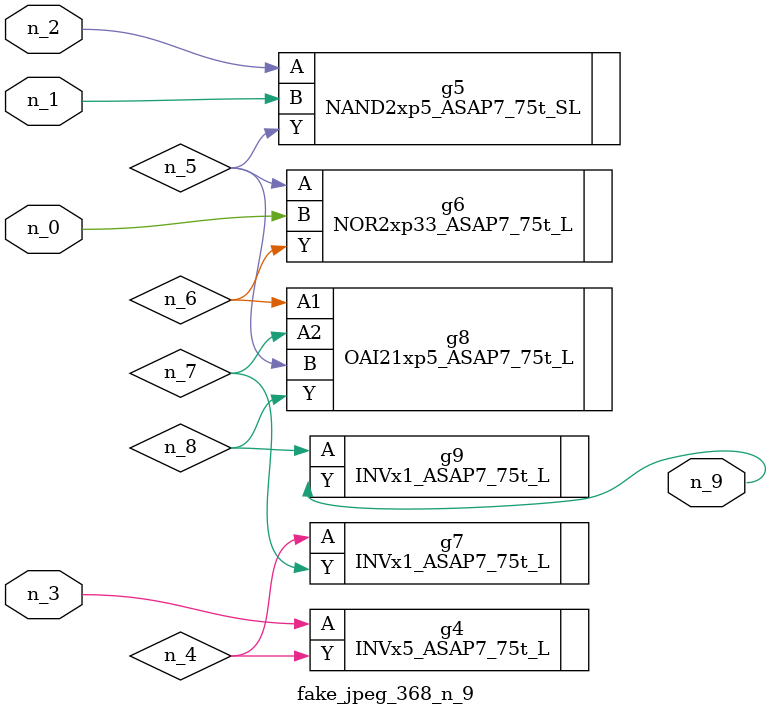
<source format=v>
module fake_jpeg_368_n_9 (n_0, n_3, n_2, n_1, n_9);

input n_0;
input n_3;
input n_2;
input n_1;

output n_9;

wire n_4;
wire n_8;
wire n_6;
wire n_5;
wire n_7;

INVx5_ASAP7_75t_L g4 ( 
.A(n_3),
.Y(n_4)
);

NAND2xp5_ASAP7_75t_SL g5 ( 
.A(n_2),
.B(n_1),
.Y(n_5)
);

NOR2xp33_ASAP7_75t_L g6 ( 
.A(n_5),
.B(n_0),
.Y(n_6)
);

OAI21xp5_ASAP7_75t_L g8 ( 
.A1(n_6),
.A2(n_7),
.B(n_5),
.Y(n_8)
);

INVx1_ASAP7_75t_L g7 ( 
.A(n_4),
.Y(n_7)
);

INVx1_ASAP7_75t_L g9 ( 
.A(n_8),
.Y(n_9)
);


endmodule
</source>
